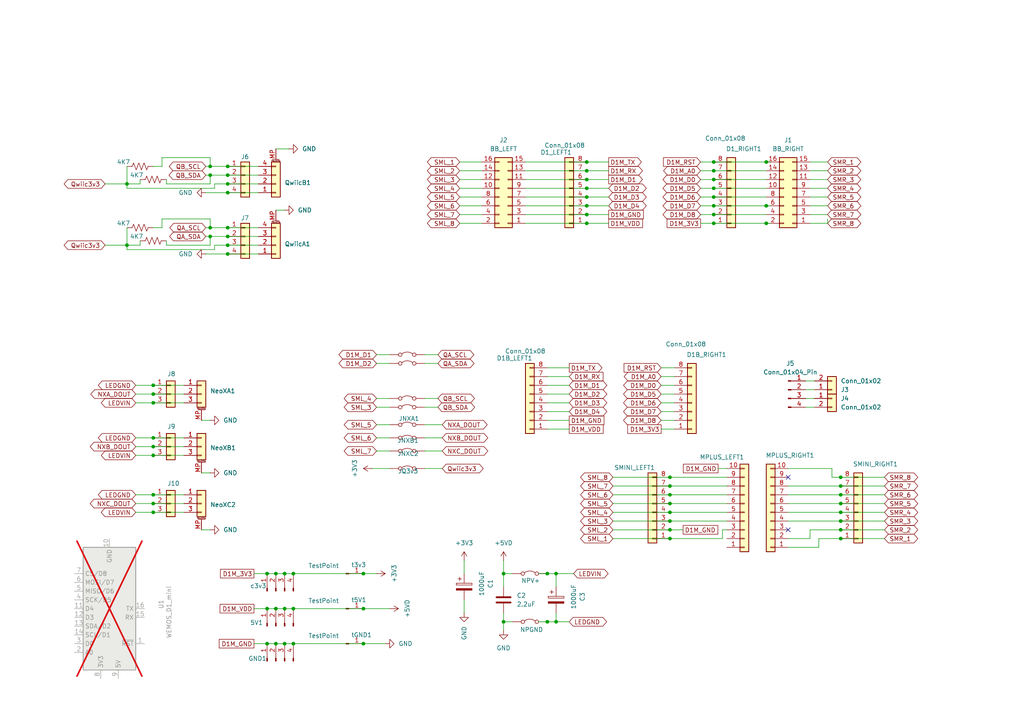
<source format=kicad_sch>
(kicad_sch (version 20250114) (generator "eeschema") (generator_version "9.0")
  (paper "A4")
  (junction (at 243.84 146.05))
  (junction (at 66.04 50.8))
  (junction (at 243.84 148.59))
  (junction (at 82.55 166.37))
  (junction (at 44.45 132.08))
  (junction (at 207.01 49.53))
  (junction (at 80.01 166.37))
  (junction (at 170.18 62.23))
  (junction (at 194.31 146.05))
  (junction (at 36.83 71.12))
  (junction (at 60.96 68.58))
  (junction (at 105.41 176.53))
  (junction (at 77.47 186.69))
  (junction (at 44.45 111.76))
  (junction (at 77.47 166.37))
  (junction (at 194.31 153.67))
  (junction (at 243.84 151.13))
  (junction (at 243.84 153.67))
  (junction (at 170.18 49.53))
  (junction (at 82.55 186.69))
  (junction (at 194.31 138.43))
  (junction (at 170.18 46.99))
  (junction (at 44.45 127))
  (junction (at 222.25 59.69))
  (junction (at 85.09 166.37))
  (junction (at 243.84 143.51))
  (junction (at 207.01 52.07))
  (junction (at 44.45 148.59))
  (junction (at 243.84 156.21))
  (junction (at 170.18 52.07))
  (junction (at 85.09 176.53))
  (junction (at 60.96 66.04))
  (junction (at 161.29 180.34))
  (junction (at 222.25 64.77))
  (junction (at 243.84 138.43))
  (junction (at 170.18 54.61))
  (junction (at 161.29 166.37))
  (junction (at 60.96 48.26))
  (junction (at 60.96 50.8))
  (junction (at 146.05 166.37))
  (junction (at 158.75 180.34))
  (junction (at 44.45 129.54))
  (junction (at 207.01 62.23))
  (junction (at 194.31 143.51))
  (junction (at 66.04 48.26))
  (junction (at 222.25 46.99))
  (junction (at 66.04 66.04))
  (junction (at 44.45 116.84))
  (junction (at 207.01 59.69))
  (junction (at 158.75 166.37))
  (junction (at 105.41 186.69))
  (junction (at 36.83 53.34))
  (junction (at 207.01 54.61))
  (junction (at 243.84 140.97))
  (junction (at 80.01 176.53))
  (junction (at 77.47 176.53))
  (junction (at 44.45 114.3))
  (junction (at 194.31 151.13))
  (junction (at 194.31 148.59))
  (junction (at 85.09 186.69))
  (junction (at 82.55 176.53))
  (junction (at 66.04 73.66))
  (junction (at 66.04 71.12))
  (junction (at 194.31 140.97))
  (junction (at 170.18 64.77))
  (junction (at 207.01 64.77))
  (junction (at 207.01 57.15))
  (junction (at 170.18 59.69))
  (junction (at 44.45 143.51))
  (junction (at 146.05 180.34))
  (junction (at 194.31 156.21))
  (junction (at 207.01 46.99))
  (junction (at 66.04 55.88))
  (junction (at 66.04 68.58))
  (junction (at 66.04 53.34))
  (junction (at 170.18 57.15))
  (junction (at 80.01 186.69))
  (junction (at 105.41 166.37))
  (junction (at 44.45 146.05))
  (no_connect (at 228.6 153.67))
  (no_connect (at 228.6 138.43))
  (wire (pts (xy 234.95 59.69) (xy 240.03 59.69)))
  (wire (pts (xy 73.66 186.69) (xy 77.47 186.69)))
  (wire (pts (xy 109.22 123.19) (xy 113.03 123.19)))
  (wire (pts (xy 60.96 68.58) (xy 60.96 71.12)))
  (wire (pts (xy 39.37 114.3) (xy 44.45 114.3)))
  (wire (pts (xy 59.69 68.58) (xy 60.96 68.58)))
  (wire (pts (xy 60.96 50.8) (xy 60.96 53.34)))
  (wire (pts (xy 152.4 59.69) (xy 170.18 59.69)))
  (wire (pts (xy 36.83 48.26) (xy 36.83 53.34)))
  (wire (pts (xy 243.84 140.97) (xy 256.54 140.97)))
  (wire (pts (xy 152.4 62.23) (xy 170.18 62.23)))
  (wire (pts (xy 66.04 68.58) (xy 74.93 68.58)))
  (wire (pts (xy 109.22 102.87) (xy 113.03 102.87)))
  (wire (pts (xy 82.55 166.37) (xy 85.09 166.37)))
  (wire (pts (xy 66.04 50.8) (xy 74.93 50.8)))
  (wire (pts (xy 194.31 140.97) (xy 210.82 140.97)))
  (wire (pts (xy 109.22 118.11) (xy 113.03 118.11)))
  (wire (pts (xy 194.31 138.43) (xy 210.82 138.43)))
  (wire (pts (xy 46.99 66.04) (xy 46.99 63.5)))
  (wire (pts (xy 233.68 118.11) (xy 236.22 118.11)))
  (wire (pts (xy 170.18 64.77) (xy 176.53 64.77)))
  (wire (pts (xy 60.96 66.04) (xy 66.04 66.04)))
  (wire (pts (xy 222.25 59.69) (xy 223.52 59.69)))
  (wire (pts (xy 152.4 52.07) (xy 170.18 52.07)))
  (wire (pts (xy 105.41 186.69) (xy 111.76 186.69)))
  (wire (pts (xy 233.68 113.03) (xy 236.22 113.03)))
  (wire (pts (xy 243.84 153.67) (xy 256.54 153.67)))
  (wire (pts (xy 59.69 66.04) (xy 60.96 66.04)))
  (wire (pts (xy 237.49 156.21) (xy 243.84 156.21)))
  (wire (pts (xy 85.09 166.37) (xy 105.41 166.37)))
  (wire (pts (xy 44.45 148.59) (xy 53.34 148.59)))
  (wire (pts (xy 66.04 66.04) (xy 74.93 66.04)))
  (wire (pts (xy 60.96 63.5) (xy 60.96 66.04)))
  (wire (pts (xy 233.68 115.57) (xy 236.22 115.57)))
  (wire (pts (xy 194.31 153.67) (xy 198.12 153.67)))
  (wire (pts (xy 234.95 52.07) (xy 240.03 52.07)))
  (wire (pts (xy 156.21 166.37) (xy 158.75 166.37)))
  (wire (pts (xy 234.95 54.61) (xy 240.03 54.61)))
  (wire (pts (xy 191.77 109.22) (xy 195.58 109.22)))
  (wire (pts (xy 158.75 124.46) (xy 165.1 124.46)))
  (wire (pts (xy 109.22 130.81) (xy 113.03 130.81)))
  (wire (pts (xy 207.01 49.53) (xy 222.25 49.53)))
  (wire (pts (xy 123.19 127) (xy 128.27 127)))
  (wire (pts (xy 77.47 166.37) (xy 80.01 166.37)))
  (wire (pts (xy 234.95 156.21) (xy 234.95 153.67)))
  (wire (pts (xy 44.45 48.26) (xy 46.99 48.26)))
  (wire (pts (xy 241.3 135.89) (xy 228.6 135.89)))
  (wire (pts (xy 133.35 46.99) (xy 139.7 46.99)))
  (wire (pts (xy 66.04 73.66) (xy 74.93 73.66)))
  (wire (pts (xy 207.01 59.69) (xy 222.25 59.69)))
  (wire (pts (xy 233.68 110.49) (xy 236.22 110.49)))
  (wire (pts (xy 107.95 135.89) (xy 113.03 135.89)))
  (wire (pts (xy 66.04 53.34) (xy 74.93 53.34)))
  (wire (pts (xy 203.2 52.07) (xy 207.01 52.07)))
  (wire (pts (xy 191.77 119.38) (xy 195.58 119.38)))
  (wire (pts (xy 177.8 156.21) (xy 194.31 156.21)))
  (wire (pts (xy 62.23 71.12) (xy 66.04 71.12)))
  (wire (pts (xy 85.09 186.69) (xy 105.41 186.69)))
  (wire (pts (xy 77.47 176.53) (xy 80.01 176.53)))
  (wire (pts (xy 133.35 54.61) (xy 139.7 54.61)))
  (wire (pts (xy 85.09 176.53) (xy 105.41 176.53)))
  (wire (pts (xy 133.35 52.07) (xy 139.7 52.07)))
  (wire (pts (xy 243.84 156.21) (xy 256.54 156.21)))
  (wire (pts (xy 228.6 143.51) (xy 243.84 143.51)))
  (wire (pts (xy 44.45 132.08) (xy 53.34 132.08)))
  (wire (pts (xy 46.99 45.72) (xy 60.96 45.72)))
  (wire (pts (xy 228.6 146.05) (xy 243.84 146.05)))
  (wire (pts (xy 228.6 140.97) (xy 243.84 140.97)))
  (wire (pts (xy 191.77 116.84) (xy 195.58 116.84)))
  (wire (pts (xy 146.05 180.34) (xy 148.59 180.34)))
  (wire (pts (xy 170.18 59.69) (xy 176.53 59.69)))
  (wire (pts (xy 36.83 71.12) (xy 36.83 72.39)))
  (wire (pts (xy 134.62 173.99) (xy 134.62 177.8)))
  (wire (pts (xy 203.2 59.69) (xy 207.01 59.69)))
  (wire (pts (xy 66.04 55.88) (xy 74.93 55.88)))
  (wire (pts (xy 77.47 186.69) (xy 80.01 186.69)))
  (wire (pts (xy 80.01 186.69) (xy 82.55 186.69)))
  (wire (pts (xy 152.4 46.99) (xy 170.18 46.99)))
  (wire (pts (xy 208.28 135.89) (xy 210.82 135.89)))
  (wire (pts (xy 158.75 119.38) (xy 165.1 119.38)))
  (wire (pts (xy 152.4 64.77) (xy 170.18 64.77)))
  (wire (pts (xy 146.05 177.8) (xy 146.05 180.34)))
  (wire (pts (xy 48.26 71.12) (xy 60.96 71.12)))
  (wire (pts (xy 158.75 111.76) (xy 165.1 111.76)))
  (wire (pts (xy 170.18 62.23) (xy 176.53 62.23)))
  (wire (pts (xy 134.62 162.56) (xy 134.62 166.37)))
  (wire (pts (xy 194.31 146.05) (xy 210.82 146.05)))
  (wire (pts (xy 177.8 148.59) (xy 194.31 148.59)))
  (wire (pts (xy 123.19 123.19) (xy 128.27 123.19)))
  (wire (pts (xy 60.96 68.58) (xy 66.04 68.58)))
  (wire (pts (xy 207.01 64.77) (xy 222.25 64.77)))
  (wire (pts (xy 194.31 151.13) (xy 210.82 151.13)))
  (wire (pts (xy 203.2 49.53) (xy 207.01 49.53)))
  (wire (pts (xy 156.21 180.34) (xy 158.75 180.34)))
  (wire (pts (xy 62.23 53.34) (xy 62.23 54.61)))
  (wire (pts (xy 62.23 72.39) (xy 36.83 72.39)))
  (wire (pts (xy 44.45 111.76) (xy 53.34 111.76)))
  (wire (pts (xy 80.01 166.37) (xy 82.55 166.37)))
  (wire (pts (xy 177.8 143.51) (xy 194.31 143.51)))
  (wire (pts (xy 234.95 62.23) (xy 240.03 62.23)))
  (wire (pts (xy 161.29 180.34) (xy 165.1 180.34)))
  (wire (pts (xy 152.4 57.15) (xy 170.18 57.15)))
  (wire (pts (xy 60.96 48.26) (xy 66.04 48.26)))
  (wire (pts (xy 177.8 153.67) (xy 194.31 153.67)))
  (wire (pts (xy 161.29 166.37) (xy 161.29 170.18)))
  (wire (pts (xy 123.19 130.81) (xy 128.27 130.81)))
  (wire (pts (xy 191.77 121.92) (xy 195.58 121.92)))
  (wire (pts (xy 209.55 153.67) (xy 210.82 153.67)))
  (wire (pts (xy 170.18 57.15) (xy 176.53 57.15)))
  (wire (pts (xy 105.41 166.37) (xy 109.22 166.37)))
  (wire (pts (xy 146.05 166.37) (xy 148.59 166.37)))
  (wire (pts (xy 191.77 114.3) (xy 195.58 114.3)))
  (wire (pts (xy 73.66 166.37) (xy 77.47 166.37)))
  (wire (pts (xy 207.01 52.07) (xy 222.25 52.07)))
  (wire (pts (xy 191.77 106.68) (xy 195.58 106.68)))
  (wire (pts (xy 158.75 180.34) (xy 161.29 180.34)))
  (wire (pts (xy 234.95 46.99) (xy 240.03 46.99)))
  (wire (pts (xy 58.42 121.92) (xy 60.96 121.92)))
  (wire (pts (xy 203.2 64.77) (xy 207.01 64.77)))
  (wire (pts (xy 191.77 124.46) (xy 195.58 124.46)))
  (wire (pts (xy 191.77 111.76) (xy 195.58 111.76)))
  (wire (pts (xy 48.26 52.07) (xy 48.26 53.34)))
  (wire (pts (xy 237.49 158.75) (xy 237.49 156.21)))
  (wire (pts (xy 133.35 62.23) (xy 139.7 62.23)))
  (wire (pts (xy 39.37 143.51) (xy 44.45 143.51)))
  (wire (pts (xy 58.42 153.67) (xy 60.96 153.67)))
  (wire (pts (xy 222.25 64.77) (xy 223.52 64.77)))
  (wire (pts (xy 158.75 166.37) (xy 161.29 166.37)))
  (wire (pts (xy 240.03 64.77) (xy 240.03 63.5)))
  (wire (pts (xy 39.37 116.84) (xy 44.45 116.84)))
  (wire (pts (xy 146.05 180.34) (xy 146.05 182.88)))
  (wire (pts (xy 207.01 46.99) (xy 222.25 46.99)))
  (wire (pts (xy 60.96 50.8) (xy 66.04 50.8)))
  (wire (pts (xy 234.95 49.53) (xy 240.03 49.53)))
  (wire (pts (xy 209.55 156.21) (xy 209.55 153.67)))
  (wire (pts (xy 194.31 143.51) (xy 210.82 143.51)))
  (wire (pts (xy 228.6 156.21) (xy 234.95 156.21)))
  (wire (pts (xy 80.01 60.96) (xy 82.55 60.96)))
  (wire (pts (xy 133.35 57.15) (xy 139.7 57.15)))
  (wire (pts (xy 123.19 115.57) (xy 127 115.57)))
  (wire (pts (xy 82.55 176.53) (xy 85.09 176.53)))
  (wire (pts (xy 39.37 146.05) (xy 44.45 146.05)))
  (wire (pts (xy 158.75 106.68) (xy 165.1 106.68)))
  (wire (pts (xy 105.41 176.53) (xy 113.03 176.53)))
  (wire (pts (xy 228.6 148.59) (xy 243.84 148.59)))
  (wire (pts (xy 228.6 151.13) (xy 243.84 151.13)))
  (wire (pts (xy 40.64 69.85) (xy 40.64 71.12)))
  (wire (pts (xy 80.01 176.53) (xy 82.55 176.53)))
  (wire (pts (xy 36.83 53.34) (xy 36.83 54.61)))
  (wire (pts (xy 161.29 177.8) (xy 161.29 180.34)))
  (wire (pts (xy 44.45 146.05) (xy 53.34 146.05)))
  (wire (pts (xy 241.3 138.43) (xy 241.3 135.89)))
  (wire (pts (xy 152.4 49.53) (xy 170.18 49.53)))
  (wire (pts (xy 133.35 49.53) (xy 139.7 49.53)))
  (wire (pts (xy 234.95 153.67) (xy 243.84 153.67)))
  (wire (pts (xy 194.31 156.21) (xy 209.55 156.21)))
  (wire (pts (xy 243.84 143.51) (xy 256.54 143.51)))
  (wire (pts (xy 36.83 53.34) (xy 40.64 53.34)))
  (wire (pts (xy 44.45 127) (xy 53.34 127)))
  (wire (pts (xy 44.45 66.04) (xy 46.99 66.04)))
  (wire (pts (xy 123.19 102.87) (xy 127 102.87)))
  (wire (pts (xy 170.18 46.99) (xy 176.53 46.99)))
  (wire (pts (xy 234.95 57.15) (xy 240.03 57.15)))
  (wire (pts (xy 203.2 62.23) (xy 207.01 62.23)))
  (wire (pts (xy 109.22 127) (xy 113.03 127)))
  (wire (pts (xy 39.37 127) (xy 44.45 127)))
  (wire (pts (xy 158.75 121.92) (xy 165.1 121.92)))
  (wire (pts (xy 109.22 105.41) (xy 113.03 105.41)))
  (wire (pts (xy 44.45 129.54) (xy 53.34 129.54)))
  (wire (pts (xy 123.19 105.41) (xy 127 105.41)))
  (wire (pts (xy 123.19 118.11) (xy 127 118.11)))
  (wire (pts (xy 39.37 148.59) (xy 44.45 148.59)))
  (wire (pts (xy 243.84 138.43) (xy 256.54 138.43)))
  (wire (pts (xy 207.01 62.23) (xy 222.25 62.23)))
  (wire (pts (xy 59.69 55.88) (xy 66.04 55.88)))
  (wire (pts (xy 222.25 46.99) (xy 223.52 46.99)))
  (wire (pts (xy 243.84 138.43) (xy 241.3 138.43)))
  (wire (pts (xy 243.84 151.13) (xy 256.54 151.13)))
  (wire (pts (xy 177.8 146.05) (xy 194.31 146.05)))
  (wire (pts (xy 44.45 116.84) (xy 53.34 116.84)))
  (wire (pts (xy 66.04 48.26) (xy 74.93 48.26)))
  (wire (pts (xy 40.64 52.07) (xy 40.64 53.34)))
  (wire (pts (xy 62.23 53.34) (xy 66.04 53.34)))
  (wire (pts (xy 36.83 66.04) (xy 36.83 71.12)))
  (wire (pts (xy 158.75 109.22) (xy 165.1 109.22)))
  (wire (pts (xy 177.8 138.43) (xy 194.31 138.43)))
  (wire (pts (xy 109.22 115.57) (xy 113.03 115.57)))
  (wire (pts (xy 62.23 71.12) (xy 62.23 72.39)))
  (wire (pts (xy 39.37 129.54) (xy 44.45 129.54)))
  (wire (pts (xy 48.26 53.34) (xy 60.96 53.34)))
  (wire (pts (xy 203.2 57.15) (xy 207.01 57.15)))
  (wire (pts (xy 39.37 132.08) (xy 44.45 132.08)))
  (wire (pts (xy 170.18 54.61) (xy 176.53 54.61)))
  (wire (pts (xy 30.48 71.12) (xy 36.83 71.12)))
  (wire (pts (xy 66.04 71.12) (xy 74.93 71.12)))
  (wire (pts (xy 243.84 146.05) (xy 256.54 146.05)))
  (wire (pts (xy 207.01 57.15) (xy 222.25 57.15)))
  (wire (pts (xy 203.2 46.99) (xy 207.01 46.99)))
  (wire (pts (xy 203.2 54.61) (xy 207.01 54.61)))
  (wire (pts (xy 82.55 186.69) (xy 85.09 186.69)))
  (wire (pts (xy 46.99 48.26) (xy 46.99 45.72)))
  (wire (pts (xy 170.18 52.07) (xy 176.53 52.07)))
  (wire (pts (xy 73.66 176.53) (xy 77.47 176.53)))
  (wire (pts (xy 146.05 162.56) (xy 146.05 166.37)))
  (wire (pts (xy 177.8 140.97) (xy 194.31 140.97)))
  (wire (pts (xy 158.75 116.84) (xy 165.1 116.84)))
  (wire (pts (xy 46.99 63.5) (xy 60.96 63.5)))
  (wire (pts (xy 48.26 69.85) (xy 48.26 71.12)))
  (wire (pts (xy 62.23 54.61) (xy 36.83 54.61)))
  (wire (pts (xy 58.42 137.16) (xy 60.96 137.16)))
  (wire (pts (xy 177.8 151.13) (xy 194.31 151.13)))
  (wire (pts (xy 228.6 158.75) (xy 237.49 158.75)))
  (wire (pts (xy 133.35 64.77) (xy 139.7 64.77)))
  (wire (pts (xy 30.48 53.34) (xy 36.83 53.34)))
  (wire (pts (xy 59.69 73.66) (xy 66.04 73.66)))
  (wire (pts (xy 146.05 166.37) (xy 146.05 170.18)))
  (wire (pts (xy 80.01 43.18) (xy 83.82 43.18)))
  (wire (pts (xy 170.18 49.53) (xy 176.53 49.53)))
  (wire (pts (xy 36.83 71.12) (xy 40.64 71.12)))
  (wire (pts (xy 44.45 143.51) (xy 53.34 143.51)))
  (wire (pts (xy 133.35 59.69) (xy 139.7 59.69)))
  (wire (pts (xy 152.4 54.61) (xy 170.18 54.61)))
  (wire (pts (xy 60.96 45.72) (xy 60.96 48.26)))
  (wire (pts (xy 44.45 114.3) (xy 53.34 114.3)))
  (wire (pts (xy 59.69 50.8) (xy 60.96 50.8)))
  (wire (pts (xy 59.69 48.26) (xy 60.96 48.26)))
  (wire (pts (xy 234.95 64.77) (xy 240.03 64.77)))
  (wire (pts (xy 243.84 148.59) (xy 256.54 148.59)))
  (wire (pts (xy 39.37 111.76) (xy 44.45 111.76)))
  (wire (pts (xy 161.29 166.37) (xy 166.37 166.37)))
  (wire (pts (xy 158.75 114.3) (xy 165.1 114.3)))
  (wire (pts (xy 123.19 135.89) (xy 128.27 135.89)))
  (wire (pts (xy 194.31 148.59) (xy 210.82 148.59)))
  (wire (pts (xy 207.01 54.61) (xy 222.25 54.61)))
  (global_label "SML_7" (shape bidirectional) (at 109.22 130.81 180) (property "Intersheetrefs" "${INTERSHEET_REFS}" (effects (hide yes))))
  (global_label "SML_1" (shape bidirectional) (at 133.35 46.99 180) (property "Intersheetrefs" "${INTERSHEET_REFS}" (effects (hide yes))))
  (global_label "QB_SDA" (shape bidirectional) (at 59.69 50.8 180) (property "Intersheetrefs" "${INTERSHEET_REFS}" (effects (hide yes))))
  (global_label "SML_7" (shape bidirectional) (at 133.35 62.23 180) (property "Intersheetrefs" "${INTERSHEET_REFS}" (effects (hide yes))))
  (global_label "D1M_A0" (shape bidirectional) (at 203.2 49.53 180) (property "Intersheetrefs" "${INTERSHEET_REFS}" (effects (hide yes))))
  (global_label "D1M_3V3" (shape passive) (at 191.77 124.46 180) (property "Intersheetrefs" "${INTERSHEET_REFS}" (effects (hide yes))))
  (global_label "QB_SCL" (shape bidirectional) (at 59.69 48.26 180) (property "Intersheetrefs" "${INTERSHEET_REFS}" (effects (hide yes))))
  (global_label "SMR_5" (shape bidirectional) (at 240.03 57.15 0) (property "Intersheetrefs" "${INTERSHEET_REFS}" (effects (hide yes))))
  (global_label "D1M_D7" (shape bidirectional) (at 191.77 119.38 180) (property "Intersheetrefs" "${INTERSHEET_REFS}" (effects (hide yes))))
  (global_label "LEDVIN" (shape bidirectional) (at 166.37 166.37 0) (property "Intersheetrefs" "${INTERSHEET_REFS}" (effects (hide yes))))
  (global_label "D1M_VDD" (shape passive) (at 165.1 124.46 0) (property "Intersheetrefs" "${INTERSHEET_REFS}" (effects (hide yes))))
  (global_label "QA_SDA" (shape bidirectional) (at 127 105.41 0) (property "Intersheetrefs" "${INTERSHEET_REFS}" (effects (hide yes))))
  (global_label "D1M_D6" (shape bidirectional) (at 191.77 116.84 180) (property "Intersheetrefs" "${INTERSHEET_REFS}" (effects (hide yes))))
  (global_label "D1M_D3" (shape bidirectional) (at 165.1 116.84 0) (property "Intersheetrefs" "${INTERSHEET_REFS}" (effects (hide yes))))
  (global_label "QA_SCL" (shape bidirectional) (at 59.69 66.04 180) (property "Intersheetrefs" "${INTERSHEET_REFS}" (effects (hide yes))))
  (global_label "D1M_3V3" (shape passive) (at 203.2 64.77 180) (property "Intersheetrefs" "${INTERSHEET_REFS}" (effects (hide yes))))
  (global_label "SMR_1" (shape bidirectional) (at 240.03 46.99 0) (property "Intersheetrefs" "${INTERSHEET_REFS}" (effects (hide yes))))
  (global_label "D1M_D1" (shape bidirectional) (at 165.1 111.76 0) (property "Intersheetrefs" "${INTERSHEET_REFS}" (effects (hide yes))))
  (global_label "SMR_1" (shape bidirectional) (at 256.54 156.21 0) (property "Intersheetrefs" "${INTERSHEET_REFS}" (effects (hide yes))))
  (global_label "SML_7" (shape bidirectional) (at 177.8 140.97 180) (property "Intersheetrefs" "${INTERSHEET_REFS}" (effects (hide yes))))
  (global_label "LEDGND" (shape bidirectional) (at 39.37 127 180) (property "Intersheetrefs" "${INTERSHEET_REFS}" (effects (hide yes))))
  (global_label "SMR_7" (shape bidirectional) (at 240.03 62.23 0) (property "Intersheetrefs" "${INTERSHEET_REFS}" (effects (hide yes))))
  (global_label "D1M_VDD" (shape passive) (at 73.66 176.53 180) (property "Intersheetrefs" "${INTERSHEET_REFS}" (effects (hide yes))))
  (global_label "SML_3" (shape bidirectional) (at 109.22 118.11 180) (property "Intersheetrefs" "${INTERSHEET_REFS}" (effects (hide yes))))
  (global_label "NXA_DOUT" (shape bidirectional) (at 128.27 123.19 0) (property "Intersheetrefs" "${INTERSHEET_REFS}" (effects (hide yes))))
  (global_label "D1M_GND" (shape passive) (at 165.1 121.92 0) (property "Intersheetrefs" "${INTERSHEET_REFS}" (effects (hide yes))))
  (global_label "NXC_DOUT" (shape bidirectional) (at 128.27 130.81 0) (property "Intersheetrefs" "${INTERSHEET_REFS}" (effects (hide yes))))
  (global_label "D1M_RX" (shape input) (at 165.1 109.22 0) (property "Intersheetrefs" "${INTERSHEET_REFS}" (effects (hide yes))))
  (global_label "SMR_7" (shape bidirectional) (at 256.54 140.97 0) (property "Intersheetrefs" "${INTERSHEET_REFS}" (effects (hide yes))))
  (global_label "SML_2" (shape bidirectional) (at 133.35 49.53 180) (property "Intersheetrefs" "${INTERSHEET_REFS}" (effects (hide yes))))
  (global_label "D1M_GND" (shape passive) (at 208.28 135.89 180) (property "Intersheetrefs" "${INTERSHEET_REFS}" (effects (hide yes))))
  (global_label "SMR_6" (shape bidirectional) (at 256.54 143.51 0) (property "Intersheetrefs" "${INTERSHEET_REFS}" (effects (hide yes))))
  (global_label "D1M_D5" (shape bidirectional) (at 191.77 114.3 180) (property "Intersheetrefs" "${INTERSHEET_REFS}" (effects (hide yes))))
  (global_label "D1M_D2" (shape bidirectional) (at 176.53 54.61 0) (property "Intersheetrefs" "${INTERSHEET_REFS}" (effects (hide yes))))
  (global_label "D1M_RST" (shape input) (at 203.2 46.99 180) (property "Intersheetrefs" "${INTERSHEET_REFS}" (effects (hide yes))))
  (global_label "D1M_D1" (shape bidirectional) (at 109.22 102.87 180) (property "Intersheetrefs" "${INTERSHEET_REFS}" (effects (hide yes))))
  (global_label "D1M_D8" (shape bidirectional) (at 191.77 121.92 180) (property "Intersheetrefs" "${INTERSHEET_REFS}" (effects (hide yes))))
  (global_label "D1M_GND" (shape passive) (at 176.53 62.23 0) (property "Intersheetrefs" "${INTERSHEET_REFS}" (effects (hide yes))))
  (global_label "D1M_D1" (shape output) (at 176.53 52.07 0) (property "Intersheetrefs" "${INTERSHEET_REFS}" (effects (hide yes))))
  (global_label "LEDVIN" (shape bidirectional) (at 39.37 116.84 180) (property "Intersheetrefs" "${INTERSHEET_REFS}" (effects (hide yes))))
  (global_label "SMR_3" (shape bidirectional) (at 240.03 52.07 0) (property "Intersheetrefs" "${INTERSHEET_REFS}" (effects (hide yes))))
  (global_label "D1M_D0" (shape bidirectional) (at 203.2 52.07 180) (property "Intersheetrefs" "${INTERSHEET_REFS}" (effects (hide yes))))
  (global_label "D1M_D8" (shape bidirectional) (at 203.2 62.23 180) (property "Intersheetrefs" "${INTERSHEET_REFS}" (effects (hide yes))))
  (global_label "SML_5" (shape bidirectional) (at 109.22 123.19 180) (property "Intersheetrefs" "${INTERSHEET_REFS}" (effects (hide yes))))
  (global_label "D1M_D7" (shape bidirectional) (at 203.2 59.69 180) (property "Intersheetrefs" "${INTERSHEET_REFS}" (effects (hide yes))))
  (global_label "SML_3" (shape bidirectional) (at 133.35 52.07 180) (property "Intersheetrefs" "${INTERSHEET_REFS}" (effects (hide yes))))
  (global_label "D1M_D2" (shape bidirectional) (at 165.1 114.3 0) (property "Intersheetrefs" "${INTERSHEET_REFS}" (effects (hide yes))))
  (global_label "SMR_4" (shape bidirectional) (at 256.54 148.59 0) (property "Intersheetrefs" "${INTERSHEET_REFS}" (effects (hide yes))))
  (global_label "SML_6" (shape bidirectional) (at 109.22 127 180) (property "Intersheetrefs" "${INTERSHEET_REFS}" (effects (hide yes))))
  (global_label "D1M_RST" (shape input) (at 191.77 106.68 180) (property "Intersheetrefs" "${INTERSHEET_REFS}" (effects (hide yes))))
  (global_label "D1M_3V3" (shape passive) (at 73.66 166.37 180) (property "Intersheetrefs" "${INTERSHEET_REFS}" (effects (hide yes))))
  (global_label "Qwiic3v3" (shape bidirectional) (at 30.48 71.12 180) (property "Intersheetrefs" "${INTERSHEET_REFS}" (effects (hide yes))))
  (global_label "D1M_D5" (shape bidirectional) (at 203.2 54.61 180) (property "Intersheetrefs" "${INTERSHEET_REFS}" (effects (hide yes))))
  (global_label "D1M_VDD" (shape passive) (at 176.53 64.77 0) (property "Intersheetrefs" "${INTERSHEET_REFS}" (effects (hide yes))))
  (global_label "LEDVIN" (shape bidirectional) (at 39.37 132.08 180) (property "Intersheetrefs" "${INTERSHEET_REFS}" (effects (hide yes))))
  (global_label "D1M_D4" (shape bidirectional) (at 176.53 59.69 0) (property "Intersheetrefs" "${INTERSHEET_REFS}" (effects (hide yes))))
  (global_label "D1M_D0" (shape bidirectional) (at 191.77 111.76 180) (property "Intersheetrefs" "${INTERSHEET_REFS}" (effects (hide yes))))
  (global_label "LEDGND" (shape bidirectional) (at 165.1 180.34 0) (property "Intersheetrefs" "${INTERSHEET_REFS}" (effects (hide yes))))
  (global_label "SML_5" (shape bidirectional) (at 133.35 57.15 180) (property "Intersheetrefs" "${INTERSHEET_REFS}" (effects (hide yes))))
  (global_label "D1M_D3" (shape bidirectional) (at 176.53 57.15 0) (property "Intersheetrefs" "${INTERSHEET_REFS}" (effects (hide yes))))
  (global_label "SMR_4" (shape bidirectional) (at 240.03 54.61 0) (property "Intersheetrefs" "${INTERSHEET_REFS}" (effects (hide yes))))
  (global_label "SMR_3" (shape bidirectional) (at 256.54 151.13 0) (property "Intersheetrefs" "${INTERSHEET_REFS}" (effects (hide yes))))
  (global_label "SMR_2" (shape bidirectional) (at 256.54 153.67 0) (property "Intersheetrefs" "${INTERSHEET_REFS}" (effects (hide yes))))
  (global_label "NXA_DOUT" (shape bidirectional) (at 39.37 114.3 180) (property "Intersheetrefs" "${INTERSHEET_REFS}" (effects (hide yes))))
  (global_label "SMR_5" (shape bidirectional) (at 256.54 146.05 0) (property "Intersheetrefs" "${INTERSHEET_REFS}" (effects (hide yes))))
  (global_label "SML_3" (shape bidirectional) (at 177.8 151.13 180) (property "Intersheetrefs" "${INTERSHEET_REFS}" (effects (hide yes))))
  (global_label "SML_8" (shape bidirectional) (at 177.8 138.43 180) (property "Intersheetrefs" "${INTERSHEET_REFS}" (effects (hide yes))))
  (global_label "D1M_TX" (shape output) (at 176.53 46.99 0) (property "Intersheetrefs" "${INTERSHEET_REFS}" (effects (hide yes))))
  (global_label "SML_1" (shape bidirectional) (at 177.8 156.21 180) (property "Intersheetrefs" "${INTERSHEET_REFS}" (effects (hide yes))))
  (global_label "QA_SDA" (shape bidirectional) (at 59.69 68.58 180) (property "Intersheetrefs" "${INTERSHEET_REFS}" (effects (hide yes))))
  (global_label "LEDVIN" (shape bidirectional) (at 39.37 148.59 180) (property "Intersheetrefs" "${INTERSHEET_REFS}" (effects (hide yes))))
  (global_label "LEDGND" (shape bidirectional) (at 39.37 143.51 180) (property "Intersheetrefs" "${INTERSHEET_REFS}" (effects (hide yes))))
  (global_label "NXB_DOUT" (shape bidirectional) (at 39.37 129.54 180) (property "Intersheetrefs" "${INTERSHEET_REFS}" (effects (hide yes))))
  (global_label "D1M_D6" (shape bidirectional) (at 203.2 57.15 180) (property "Intersheetrefs" "${INTERSHEET_REFS}" (effects (hide yes))))
  (global_label "D1M_A0" (shape bidirectional) (at 191.77 109.22 180) (property "Intersheetrefs" "${INTERSHEET_REFS}" (effects (hide yes))))
  (global_label "SML_5" (shape bidirectional) (at 177.8 146.05 180) (property "Intersheetrefs" "${INTERSHEET_REFS}" (effects (hide yes))))
  (global_label "NXB_DOUT" (shape bidirectional) (at 128.27 127 0) (property "Intersheetrefs" "${INTERSHEET_REFS}" (effects (hide yes))))
  (global_label "SMR_8" (shape bidirectional) (at 256.54 138.43 0) (property "Intersheetrefs" "${INTERSHEET_REFS}" (effects (hide yes))))
  (global_label "D1M_TX" (shape output) (at 165.1 106.68 0) (property "Intersheetrefs" "${INTERSHEET_REFS}" (effects (hide yes))))
  (global_label "Qwiic3v3" (shape bidirectional) (at 30.48 53.34 180) (property "Intersheetrefs" "${INTERSHEET_REFS}" (effects (hide yes))))
  (global_label "SML_6" (shape bidirectional) (at 177.8 143.51 180) (property "Intersheetrefs" "${INTERSHEET_REFS}" (effects (hide yes))))
  (global_label "D1M_RX" (shape output) (at 176.53 49.53 0) (property "Intersheetrefs" "${INTERSHEET_REFS}" (effects (hide yes))))
  (global_label "SML_4" (shape bidirectional) (at 133.35 54.61 180) (property "Intersheetrefs" "${INTERSHEET_REFS}" (effects (hide yes))))
  (global_label "D1M_GND" (shape passive) (at 73.66 186.69 180) (property "Intersheetrefs" "${INTERSHEET_REFS}" (effects (hide yes))))
  (global_label "QB_SDA" (shape bidirectional) (at 127 118.11 0) (property "Intersheetrefs" "${INTERSHEET_REFS}" (effects (hide yes))))
  (global_label "SMR_6" (shape bidirectional) (at 240.03 59.69 0) (property "Intersheetrefs" "${INTERSHEET_REFS}" (effects (hide yes))))
  (global_label "LEDGND" (shape bidirectional) (at 39.37 111.76 180) (property "Intersheetrefs" "${INTERSHEET_REFS}" (effects (hide yes))))
  (global_label "SML_8" (shape bidirectional) (at 133.35 64.77 180) (property "Intersheetrefs" "${INTERSHEET_REFS}" (effects (hide yes))))
  (global_label "Qwiic3v3" (shape bidirectional) (at 128.27 135.89 0) (property "Intersheetrefs" "${INTERSHEET_REFS}" (effects (hide yes))))
  (global_label "D1M_D2" (shape bidirectional) (at 109.22 105.41 180) (property "Intersheetrefs" "${INTERSHEET_REFS}" (effects (hide yes))))
  (global_label "SML_4" (shape bidirectional) (at 177.8 148.59 180) (property "Intersheetrefs" "${INTERSHEET_REFS}" (effects (hide yes))))
  (global_label "SML_6" (shape bidirectional) (at 133.35 59.69 180) (property "Intersheetrefs" "${INTERSHEET_REFS}" (effects (hide yes))))
  (global_label "SMR_2" (shape bidirectional) (at 240.03 49.53 0) (property "Intersheetrefs" "${INTERSHEET_REFS}" (effects (hide yes))))
  (global_label "QA_SCL" (shape bidirectional) (at 127 102.87 0) (property "Intersheetrefs" "${INTERSHEET_REFS}" (effects (hide yes))))
  (global_label "SML_2" (shape bidirectional) (at 177.8 153.67 180) (property "Intersheetrefs" "${INTERSHEET_REFS}" (effects (hide yes))))
  (global_label "D1M_D4" (shape bidirectional) (at 165.1 119.38 0) (property "Intersheetrefs" "${INTERSHEET_REFS}" (effects (hide yes))))
  (global_label "QB_SCL" (shape bidirectional) (at 127 115.57 0) (property "Intersheetrefs" "${INTERSHEET_REFS}" (effects (hide yes))))
  (global_label "SML_4" (shape bidirectional) (at 109.22 115.57 180) (property "Intersheetrefs" "${INTERSHEET_REFS}" (effects (hide yes))))
  (global_label "D1M_GND" (shape passive) (at 198.12 153.67 0) (property "Intersheetrefs" "${INTERSHEET_REFS}" (effects (hide yes))))
  (global_label "NXC_DOUT" (shape bidirectional) (at 39.37 146.05 180) (property "Intersheetrefs" "${INTERSHEET_REFS}" (effects (hide yes))))
  (global_label "SMR_8" (shape bidirectional) (at 240.03 64.77 0) (property "Intersheetrefs" "${INTERSHEET_REFS}" (effects (hide yes))))
  (symbol (lib_id "Connector_Generic:Conn_01x10") (at 223.52 148.59 180) (unit 1)
    (property "Reference" "MPLUS_RIGHT1" (at 236.22 132.08 0) (effects (justify left)))
    (property "Value" "Conn_01x10" (effects (hide yes)))
    (property "Footprint" "Connector_PinSocket_2.54mm:PinSocket_1x10_P2.54mm_Vertical" (effects (hide yes)))
    (property "Description" "Generic connector, single row, 01x10, script generated (kicad-library-utils/schlib/autogen/connector/)" (effects (hide yes)))
  )
  (symbol (lib_id "Device:C_Polarized") (at 134.62 170.18 0) (unit 1)
    (property "Reference" "C1" (at 142.24 169.291 90))
    (property "Value" "1000uF" (at 139.7 169.291 90))
    (property "Footprint" "Capacitor_THT:CP_Radial_D4.0mm_P1.50mm" (effects (hide yes)))
    (property "Description" "Polarized capacitor" (effects (hide yes)))
  )
  (symbol (lib_id "power:GND") (at 111.76 186.69 90) (unit 1)
    (property "Reference" "#PWR09" (effects (hide yes)))
    (property "Value" "GND" (at 115.57 186.6899 90) (effects (justify right)))
    (property "Description" "Power symbol creates a global label with name \"GND\" , ground" (effects (hide yes)))
  )
  (symbol (lib_id "Connector_Generic:Conn_02x08_Odd_Even") (at 229.87 57.15 180) (unit 1)
    (property "Reference" "J1" (at 228.6 40.64 0))
    (property "Value" "BB_RIGHT" (at 228.6 43.18 0))
    (property "Footprint" "Connector_IDC:IDC-Header_2x08_P2.54mm_Vertical" (effects (hide yes)))
    (property "Description" "Generic connector, double row, 02x08, odd/even pin numbering scheme (row 1 odd numbers, row 2 even numbers), script generated (kicad-library-utils/schlib/autogen/connector/)" (effects (hide yes)))
  )
  (symbol (lib_id "Device:R_US") (at 44.45 69.85 90) (unit 1)
    (property "Reference" "R4" (effects (hide yes)))
    (property "Value" "4K7" (at 39.624 68.58 90))
    (property "Footprint" "Resistor_THT:R_Axial_DIN0204_L3.6mm_D1.6mm_P2.54mm_Vertical" (effects (hide yes)))
    (property "Description" "Resistor, US symbol" (effects (hide yes)))
  )
  (symbol (lib_id "power:GND") (at 83.82 43.18 90) (unit 1)
    (property "Reference" "#PWR015" (effects (hide yes)))
    (property "Value" "GND" (at 87.63 43.1801 90) (effects (justify right)))
    (property "Description" "Power symbol creates a global label with name \"GND\" , ground" (effects (hide yes)))
  )
  (symbol (lib_id "Device:R_US") (at 40.64 66.04 90) (unit 1)
    (property "Reference" "R3" (effects (hide yes)))
    (property "Value" "4K7" (at 35.814 64.77 90))
    (property "Footprint" "Resistor_THT:R_Axial_DIN0204_L3.6mm_D1.6mm_P2.54mm_Vertical" (effects (hide yes)))
    (property "Description" "Resistor, US symbol" (effects (hide yes)))
  )
  (symbol (lib_id "power:GND") (at 59.69 73.66 270) (unit 1)
    (property "Reference" "#PWR014" (effects (hide yes)))
    (property "Value" "GND" (at 55.88 73.6599 90) (effects (justify right)))
    (property "Description" "Power symbol creates a global label with name \"GND\" , ground" (effects (hide yes)))
  )
  (symbol (lib_id "Jumper:Jumper_2_Bridged") (at 118.11 130.81 0) (unit 1) (exclude_from_sim yes)
    (property "Reference" "JNXC2" (at 118.364 131.572 0))
    (property "Value" "SolderJumper_2_Bridged" (effects (hide yes)))
    (property "Footprint" "Connector_PinHeader_2.54mm:PinHeader_1x02_P2.54mm_Vertical" (effects (hide yes)))
    (property "Description" "Jumper, 2-pole, closed/bridged" (effects (hide yes)))
  )
  (symbol (lib_id "power:+3V3") (at 109.22 166.37 270) (unit 1)
    (property "Reference" "#PWR03" (effects (hide yes)))
    (property "Value" "+3V3" (at 114.3 166.37 0))
    (property "Description" "Power symbol creates a global label with name \"+3V3\"" (effects (hide yes)))
  )
  (symbol (lib_id "Device:R_US") (at 40.64 48.26 90) (unit 1)
    (property "Reference" "R2" (effects (hide yes)))
    (property "Value" "4K7" (at 35.814 46.99 90))
    (property "Footprint" "Resistor_THT:R_Axial_DIN0204_L3.6mm_D1.6mm_P2.54mm_Vertical" (effects (hide yes)))
    (property "Description" "Resistor, US symbol" (effects (hide yes)))
  )
  (symbol (lib_id "Connector_Generic:Conn_01x08") (at 248.92 148.59 0) (mirror x) (unit 1)
    (property "Reference" "SMINI_RIGHT1" (at 247.396 134.62 0) (effects (justify left)))
    (property "Value" "Conn_01x08" (effects (hide yes)))
    (property "Footprint" "Connector_PinSocket_2.54mm:PinSocket_1x08_P2.54mm_Vertical" (effects (hide yes)))
    (property "Description" "Generic connector, single row, 01x08, script generated (kicad-library-utils/schlib/autogen/connector/)" (effects (hide yes)))
  )
  (symbol (lib_id "Connector:Conn_01x04_Pin") (at 80.01 191.77 90) (unit 1)
    (property "Reference" "GND1" (at 74.676 191.008 90))
    (property "Value" "Conn_01x04_Pin" (effects (hide yes)))
    (property "Footprint" "Connector_PinHeader_2.54mm:PinHeader_1x04_P2.54mm_Vertical" (effects (hide yes)))
    (property "Description" "Generic connector, single row, 01x04, script generated" (effects (hide yes)))
  )
  (symbol (lib_id "Connector_Generic_MountingPin:Conn_01x03_MountingPin") (at 58.42 114.3 0) (unit 1)
    (property "Reference" "NeoXA1" (at 60.96 113.3855 0) (effects (justify left)))
    (property "Value" "Conn_01x03_MountingPin" (effects (hide yes)))
    (property "Footprint" "Connector_JST:JST_GH_SM03B-GHS-TB_1x03-1MP_P1.25mm_Horizontal" (effects (hide yes)))
    (property "Description" "Generic connectable mounting pin connector, single row, 01x03, script generated (kicad-library-utils/schlib/autogen/connector/)" (effects (hide yes)))
  )
  (symbol (lib_id "power:GND") (at 82.55 60.96 90) (unit 1)
    (property "Reference" "#PWR016" (effects (hide yes)))
    (property "Value" "GND" (at 86.36 60.9601 90) (effects (justify right)))
    (property "Description" "Power symbol creates a global label with name \"GND\" , ground" (effects (hide yes)))
  )
  (symbol (lib_id "Jumper:Jumper_2_Bridged") (at 153.67 166.37 0) (unit 1) (exclude_from_sim yes)
    (property "Reference" "JLVDD1" (effects (hide yes)))
    (property "Value" "NPV+" (at 153.924 168.402 0))
    (property "Footprint" "Connector_PinHeader_2.54mm:PinHeader_1x02_P2.54mm_Vertical" (effects (hide yes)))
    (property "Description" "Jumper, 2-pole, closed/bridged" (effects (hide yes)))
  )
  (symbol (lib_id "Jumper:Jumper_2_Bridged") (at 118.11 135.89 0) (unit 1) (exclude_from_sim yes)
    (property "Reference" "JQ3v3" (at 118.364 136.652 0))
    (property "Value" "SolderJumper_2_Bridged" (effects (hide yes)))
    (property "Footprint" "Connector_PinHeader_2.54mm:PinHeader_1x02_P2.54mm_Vertical" (effects (hide yes)))
    (property "Description" "Jumper, 2-pole, closed/bridged" (effects (hide yes)))
  )
  (symbol (lib_id "Connector_Generic:Conn_01x03") (at 49.53 129.54 0) (unit 1)
    (property "Reference" "J9" (at 48.514 123.698 0) (effects (justify left)))
    (property "Value" "Conn_01x03" (effects (hide yes)))
    (property "Footprint" "Connector_PinHeader_2.54mm:PinHeader_1x03_P2.54mm_Vertical" (effects (hide yes)))
    (property "Description" "Generic connector, single row, 01x03, script generated (kicad-library-utils/schlib/autogen/connector/)" (effects (hide yes)))
  )
  (symbol (lib_id "Connector_Generic:Conn_01x08") (at 189.23 148.59 180) (unit 1)
    (property "Reference" "SMINI_LEFT1" (at 189.992 135.636 0) (effects (justify left)))
    (property "Value" "Conn_01x08" (effects (hide yes)))
    (property "Footprint" "Connector_PinSocket_2.54mm:PinSocket_1x08_P2.54mm_Vertical" (effects (hide yes)))
    (property "Description" "Generic connector, single row, 01x08, script generated (kicad-library-utils/schlib/autogen/connector/)" (effects (hide yes)))
  )
  (symbol (lib_id "Connector_Generic:Conn_01x04") (at 71.12 50.8 0) (unit 1)
    (property "Reference" "J6" (at 69.85 45.466 0) (effects (justify left)))
    (property "Value" "Conn_01x04" (effects (hide yes)))
    (property "Footprint" "Connector_PinHeader_2.54mm:PinHeader_1x04_P2.54mm_Vertical" (effects (hide yes)))
    (property "Description" "Generic connector, single row, 01x04, script generated (kicad-library-utils/schlib/autogen/connector/)" (effects (hide yes)))
  )
  (symbol (lib_id "Connector_Generic:Conn_01x08") (at 212.09 57.15 0) (mirror x) (unit 1)
    (property "Reference" "D1_RIGHT1" (at 210.566 43.18 0) (effects (justify left)))
    (property "Value" "Conn_01x08" (at 204.47 40.132 0) (effects (justify left)))
    (property "Footprint" "Connector_PinSocket_2.54mm:PinSocket_1x08_P2.54mm_Vertical" (effects (hide yes)))
    (property "Description" "Generic connector, single row, 01x08, script generated (kicad-library-utils/schlib/autogen/connector/)" (effects (hide yes)))
  )
  (symbol (lib_id "Connector_Generic:Conn_01x08") (at 153.67 116.84 180) (unit 1)
    (property "Reference" "D1B_LEFT1" (at 154.432 103.886 0) (effects (justify left)))
    (property "Value" "Conn_01x08" (at 158.242 101.854 0) (effects (justify left)))
    (property "Footprint" "Connector_PinSocket_2.54mm:PinSocket_1x08_P2.54mm_Vertical" (effects (hide yes)))
    (property "Description" "Generic connector, single row, 01x08, script generated (kicad-library-utils/schlib/autogen/connector/)" (effects (hide yes)))
  )
  (symbol (lib_id "power:GND") (at 134.62 177.8 0) (unit 1)
    (property "Reference" "#PWR011" (effects (hide yes)))
    (property "Value" "GND" (at 134.6201 181.61 90) (effects (justify right)))
    (property "Description" "Power symbol creates a global label with name \"GND\" , ground" (effects (hide yes)))
  )
  (symbol (lib_id "Connector:Conn_01x01_Pin") (at 100.33 186.69 0) (unit 1)
    (property "Reference" "tGND1" (at 101.854 184.15 0) (effects (justify left)))
    (property "Value" "TestPoint" (at 89.408 184.404 0) (effects (justify left)))
    (property "Footprint" "Connector_PinHeader_2.54mm:PinHeader_1x01_P2.54mm_Vertical" (effects (hide yes)))
    (property "Description" "Generic connector, single row, 01x01, script generated" (effects (hide yes)))
  )
  (symbol (lib_id "Connector_Generic_MountingPin:Conn_01x04_MountingPin") (at 80.01 53.34 0) (mirror x) (unit 1)
    (property "Reference" "QwiicB1" (at 82.55 52.9845 0) (effects (justify left)))
    (property "Value" "Conn_01x04_MountingPin" (effects (hide yes)))
    (property "Footprint" "Connector_JST:JST_SH_SM04B-SRSS-TB_1x04-1MP_P1.00mm_Horizontal" (effects (hide yes)))
    (property "Description" "Generic connectable mounting pin connector, single row, 01x04, script generated (kicad-library-utils/schlib/autogen/connector/)" (effects (hide yes)))
  )
  (symbol (lib_id "Connector_Generic:Conn_01x03") (at 49.53 114.3 0) (unit 1)
    (property "Reference" "J8" (at 48.514 108.458 0) (effects (justify left)))
    (property "Value" "Conn_01x03" (effects (hide yes)))
    (property "Footprint" "Connector_PinHeader_2.54mm:PinHeader_1x03_P2.54mm_Vertical" (effects (hide yes)))
    (property "Description" "Generic connector, single row, 01x03, script generated (kicad-library-utils/schlib/autogen/connector/)" (effects (hide yes)))
  )
  (symbol (lib_id "power:GND") (at 146.05 182.88 0) (unit 1)
    (property "Reference" "#PWR013" (effects (hide yes)))
    (property "Value" "GND" (at 146.05 187.96 0))
    (property "Description" "Power symbol creates a global label with name \"GND\" , ground" (effects (hide yes)))
  )
  (symbol (lib_id "Jumper:Jumper_2_Bridged") (at 118.11 123.19 0) (unit 1) (exclude_from_sim yes)
    (property "Reference" "JNXA1" (at 118.618 121.412 0))
    (property "Value" "SolderJumper_2_Bridged" (effects (hide yes)))
    (property "Footprint" "Connector_PinHeader_2.54mm:PinHeader_1x02_P2.54mm_Vertical" (effects (hide yes)))
    (property "Description" "Jumper, 2-pole, closed/bridged" (effects (hide yes)))
  )
  (symbol (lib_id "power:GND") (at 60.96 121.92 90) (unit 1)
    (property "Reference" "#PWR017" (effects (hide yes)))
    (property "Value" "GND" (at 64.77 121.9201 90) (effects (justify right)))
    (property "Description" "Power symbol creates a global label with name \"GND\" , ground" (effects (hide yes)))
  )
  (symbol (lib_id "Jumper:Jumper_2_Bridged") (at 118.11 118.11 0) (unit 1) (exclude_from_sim yes)
    (property "Reference" "SDA_B1" (effects (hide yes)))
    (property "Value" "SolderJumper_2_Bridged" (effects (hide yes)))
    (property "Footprint" "Connector_PinHeader_2.54mm:PinHeader_1x02_P2.54mm_Vertical" (effects (hide yes)))
    (property "Description" "Jumper, 2-pole, closed/bridged" (effects (hide yes)))
  )
  (symbol (lib_id "Connector:Conn_01x04_Pin") (at 80.01 171.45 90) (unit 1)
    (property "Reference" "c3v3" (at 74.93 169.926 90))
    (property "Value" "Conn_01x04_Pin" (effects (hide yes)))
    (property "Footprint" "Connector_PinHeader_2.54mm:PinHeader_1x04_P2.54mm_Vertical" (effects (hide yes)))
    (property "Description" "Generic connector, single row, 01x04, script generated" (effects (hide yes)))
  )
  (symbol (lib_id "Connector:Conn_01x01_Pin") (at 100.33 176.53 0) (unit 1)
    (property "Reference" "t5V1" (at 101.854 173.99 0) (effects (justify left)))
    (property "Value" "TestPoint" (at 89.408 174.244 0) (effects (justify left)))
    (property "Footprint" "Connector_PinHeader_2.54mm:PinHeader_1x01_P2.54mm_Vertical" (effects (hide yes)))
    (property "Description" "Generic connector, single row, 01x01, script generated" (effects (hide yes)))
  )
  (symbol (lib_id "Connector_Generic:Conn_01x02") (at 241.3 113.03 0) (mirror x) (unit 1)
    (property "Reference" "J3" (at 243.84 113.0301 0) (effects (justify left)))
    (property "Value" "Conn_01x02" (at 243.84 110.4901 0) (effects (justify left)))
    (property "Footprint" "Connector_PinSocket_2.54mm:PinSocket_1x02_P2.54mm_Vertical" (effects (hide yes)))
    (property "Description" "Generic connector, single row, 01x02, script generated (kicad-library-utils/schlib/autogen/connector/)" (effects (hide yes)))
  )
  (symbol (lib_id "power:+5VD") (at 146.05 162.56 0) (unit 1)
    (property "Reference" "#PWR010" (effects (hide yes)))
    (property "Value" "+5VD" (at 146.05 157.48 0))
    (property "Description" "Power symbol creates a global label with name \"+5VD\"" (effects (hide yes)))
  )
  (symbol (lib_id "Connector:Conn_01x04_Pin") (at 228.6 113.03 0) (unit 1)
    (property "Reference" "J5" (at 229.235 105.41 0))
    (property "Value" "Conn_01x04_Pin" (at 229.235 107.95 0))
    (property "Footprint" "Connector_PinHeader_2.54mm:PinHeader_1x04_P2.54mm_Vertical" (effects (hide yes)))
    (property "Description" "Generic connector, single row, 01x04, script generated" (effects (hide yes)))
  )
  (symbol (lib_id "Connector_Generic:Conn_01x04") (at 71.12 68.58 0) (unit 1)
    (property "Reference" "J7" (at 69.85 63.246 0) (effects (justify left)))
    (property "Value" "Conn_01x04" (effects (hide yes)))
    (property "Footprint" "Connector_PinHeader_2.54mm:PinHeader_1x04_P2.54mm_Vertical" (effects (hide yes)))
    (property "Description" "Generic connector, single row, 01x04, script generated (kicad-library-utils/schlib/autogen/connector/)" (effects (hide yes)))
  )
  (symbol (lib_id "Connector_Generic:Conn_01x10") (at 215.9 148.59 0) (mirror x) (unit 1)
    (property "Reference" "MPLUS_LEFT1" (at 202.946 132.588 0) (effects (justify left)))
    (property "Value" "Conn_01x10" (effects (hide yes)))
    (property "Footprint" "Connector_PinSocket_2.54mm:PinSocket_1x10_P2.54mm_Vertical" (effects (hide yes)))
    (property "Description" "Generic connector, single row, 01x10, script generated (kicad-library-utils/schlib/autogen/connector/)" (effects (hide yes)))
  )
  (symbol (lib_id "Connector_Generic_MountingPin:Conn_01x04_MountingPin") (at 80.01 71.12 0) (mirror x) (unit 1)
    (property "Reference" "QwiicA1" (at 82.55 70.7645 0) (effects (justify left)))
    (property "Value" "Conn_01x04_MountingPin" (effects (hide yes)))
    (property "Footprint" "Connector_JST:JST_SH_SM04B-SRSS-TB_1x04-1MP_P1.00mm_Horizontal" (effects (hide yes)))
    (property "Description" "Generic connectable mounting pin connector, single row, 01x04, script generated (kicad-library-utils/schlib/autogen/connector/)" (effects (hide yes)))
  )
  (symbol (lib_id "Connector:Conn_01x01_Pin") (at 100.33 166.37 0) (unit 1)
    (property "Reference" "t3v3" (at 101.854 163.83 0) (effects (justify left)))
    (property "Value" "TestPoint" (at 89.408 164.084 0) (effects (justify left)))
    (property "Footprint" "Connector_PinHeader_2.54mm:PinHeader_1x01_P2.54mm_Vertical" (effects (hide yes)))
    (property "Description" "Generic connector, single row, 01x01, script generated" (effects (hide yes)))
  )
  (symbol (lib_id "power:+5VD") (at 113.03 176.53 270) (unit 1)
    (property "Reference" "#PWR08" (effects (hide yes)))
    (property "Value" "+5VD" (at 118.11 176.53 0))
    (property "Description" "Power symbol creates a global label with name \"+5VD\"" (effects (hide yes)))
  )
  (symbol (lib_id "RF_Module:WEMOS_D1_mini") (at 31.75 176.53 180) (unit 1) (on_board no) (dnp yes)
    (property "Reference" "U1" (at 46.736 175.26 90))
    (property "Value" "WEMOS_D1_mini" (at 49.022 177.546 90))
    (property "Footprint" "RF_Module:WEMOS_D1_mini_light" (effects (hide yes)))
    (property "Datasheet" "https://wiki.wemos.cc/products:d1:d1_mini#documentation" (effects (hide yes)))
    (property "Description" "32-bit microcontroller module with WiFi" (effects (hide yes)))
  )
  (symbol (lib_id "Connector_Generic_MountingPin:Conn_01x03_MountingPin") (at 58.42 129.54 0) (unit 1)
    (property "Reference" "NeoXB1" (at 60.96 129.8955 0) (effects (justify left)))
    (property "Value" "Conn_01x03_MountingPin" (effects (hide yes)))
    (property "Footprint" "Connector_JST:JST_GH_SM03B-GHS-TB_1x03-1MP_P1.25mm_Horizontal" (effects (hide yes)))
    (property "Description" "Generic connectable mounting pin connector, single row, 01x03, script generated (kicad-library-utils/schlib/autogen/connector/)" (effects (hide yes)))
  )
  (symbol (lib_id "power:+3V3") (at 107.95 135.89 90) (unit 1)
    (property "Reference" "#PWR06" (effects (hide yes)))
    (property "Value" "+3V3" (at 102.87 135.89 0))
    (property "Description" "Power symbol creates a global label with name \"+3V3\"" (effects (hide yes)))
  )
  (symbol (lib_id "Device:C_Polarized") (at 161.29 173.99 0) (unit 1)
    (property "Reference" "C3" (at 168.91 173.101 90))
    (property "Value" "1000uF" (at 166.37 173.101 90))
    (property "Footprint" "Capacitor_THT:CP_Radial_D4.0mm_P1.50mm" (effects (hide yes)))
    (property "Description" "Polarized capacitor" (effects (hide yes)))
  )
  (symbol (lib_id "Connector_Generic_MountingPin:Conn_01x03_MountingPin") (at 58.42 146.05 0) (unit 1)
    (property "Reference" "NeoXC2" (at 60.96 146.4055 0) (effects (justify left)))
    (property "Value" "Conn_01x03_MountingPin" (effects (hide yes)))
    (property "Footprint" "Connector_JST:JST_GH_SM03B-GHS-TB_1x03-1MP_P1.25mm_Horizontal" (effects (hide yes)))
    (property "Description" "Generic connectable mounting pin connector, single row, 01x03, script generated (kicad-library-utils/schlib/autogen/connector/)" (effects (hide yes)))
  )
  (symbol (lib_id "Device:C") (at 146.05 173.99 0) (unit 1)
    (property "Reference" "C2" (at 149.86 172.7199 0) (effects (justify left)))
    (property "Value" "2.2uF" (at 149.86 175.2599 0) (effects (justify left)))
    (property "Footprint" "Capacitor_THT:C_Disc_D3.0mm_W2.0mm_P2.50mm" (effects (hide yes)))
    (property "Description" "Unpolarized capacitor" (effects (hide yes)))
  )
  (symbol (lib_id "Connector:Conn_01x04_Pin") (at 80.01 181.61 90) (unit 1)
    (property "Reference" "5V1" (at 74.422 180.594 90))
    (property "Value" "Conn_01x04_Pin" (effects (hide yes)))
    (property "Footprint" "Connector_PinHeader_2.54mm:PinHeader_1x04_P2.54mm_Vertical" (effects (hide yes)))
    (property "Description" "Generic connector, single row, 01x04, script generated" (effects (hide yes)))
  )
  (symbol (lib_id "Jumper:Jumper_2_Bridged") (at 118.11 105.41 0) (unit 1) (exclude_from_sim yes)
    (property "Reference" "SDA_A1" (effects (hide yes)))
    (property "Value" "SolderJumper_2_Bridged" (effects (hide yes)))
    (property "Footprint" "Connector_PinHeader_2.54mm:PinHeader_1x02_P2.54mm_Vertical" (effects (hide yes)))
    (property "Description" "Jumper, 2-pole, closed/bridged" (effects (hide yes)))
  )
  (symbol (lib_id "Connector_Generic:Conn_02x08_Odd_Even") (at 147.32 57.15 180) (unit 1)
    (property "Reference" "J2" (at 146.05 40.64 0))
    (property "Value" "BB_LEFT" (at 146.05 43.18 0))
    (property "Footprint" "Connector_IDC:IDC-Header_2x08_P2.54mm_Vertical" (effects (hide yes)))
    (property "Description" "Generic connector, double row, 02x08, odd/even pin numbering scheme (row 1 odd numbers, row 2 even numbers), script generated (kicad-library-utils/schlib/autogen/connector/)" (effects (hide yes)))
  )
  (symbol (lib_id "Device:R_US") (at 44.45 52.07 90) (unit 1)
    (property "Reference" "R1" (effects (hide yes)))
    (property "Value" "4K7" (at 39.624 50.8 90))
    (property "Footprint" "Resistor_THT:R_Axial_DIN0204_L3.6mm_D1.6mm_P2.54mm_Vertical" (effects (hide yes)))
    (property "Description" "Resistor, US symbol" (effects (hide yes)))
  )
  (symbol (lib_id "Connector_Generic:Conn_01x08") (at 200.66 116.84 0) (mirror x) (unit 1)
    (property "Reference" "D1B_RIGHT1" (at 199.136 102.87 0) (effects (justify left)))
    (property "Value" "Conn_01x08" (at 193.04 99.822 0) (effects (justify left)))
    (property "Footprint" "Connector_PinSocket_2.54mm:PinSocket_1x08_P2.54mm_Vertical" (effects (hide yes)))
    (property "Description" "Generic connector, single row, 01x08, script generated (kicad-library-utils/schlib/autogen/connector/)" (effects (hide yes)))
  )
  (symbol (lib_id "Jumper:Jumper_2_Bridged") (at 153.67 180.34 0) (unit 1) (exclude_from_sim yes)
    (property "Reference" "JLGND1" (effects (hide yes)))
    (property "Value" "NPGND" (at 154.178 182.626 0))
    (property "Footprint" "Connector_PinHeader_2.54mm:PinHeader_1x02_P2.54mm_Vertical" (effects (hide yes)))
    (property "Description" "Jumper, 2-pole, closed/bridged" (effects (hide yes)))
  )
  (symbol (lib_id "power:+3V3") (at 134.62 162.56 0) (unit 1)
    (property "Reference" "#PWR07" (effects (hide yes)))
    (property "Value" "+3V3" (at 134.62 157.48 0))
    (property "Description" "Power symbol creates a global label with name \"+3V3\"" (effects (hide yes)))
  )
  (symbol (lib_id "Jumper:Jumper_2_Bridged") (at 118.11 115.57 0) (unit 1) (exclude_from_sim yes)
    (property "Reference" "SCL_B1" (effects (hide yes)))
    (property "Value" "SolderJumper_2_Bridged" (effects (hide yes)))
    (property "Footprint" "Connector_PinHeader_2.54mm:PinHeader_1x02_P2.54mm_Vertical" (effects (hide yes)))
    (property "Description" "Jumper, 2-pole, closed/bridged" (effects (hide yes)))
  )
  (symbol (lib_id "Jumper:Jumper_2_Bridged") (at 118.11 127 0) (unit 1) (exclude_from_sim yes)
    (property "Reference" "JNXB1" (at 118.364 127.762 0))
    (property "Value" "SolderJumper_2_Bridged" (effects (hide yes)))
    (property "Footprint" "Connector_PinHeader_2.54mm:PinHeader_1x02_P2.54mm_Vertical" (effects (hide yes)))
    (property "Description" "Jumper, 2-pole, closed/bridged" (effects (hide yes)))
  )
  (symbol (lib_id "power:GND") (at 60.96 137.16 90) (unit 1)
    (property "Reference" "#PWR018" (effects (hide yes)))
    (property "Value" "GND" (at 64.77 137.1601 90) (effects (justify right)))
    (property "Description" "Power symbol creates a global label with name \"GND\" , ground" (effects (hide yes)))
  )
  (symbol (lib_id "Jumper:Jumper_2_Bridged") (at 118.11 102.87 0) (unit 1) (exclude_from_sim yes)
    (property "Reference" "SCL_A1" (effects (hide yes)))
    (property "Value" "SolderJumper_2_Bridged" (effects (hide yes)))
    (property "Footprint" "Connector_PinHeader_2.54mm:PinHeader_1x02_P2.54mm_Vertical" (effects (hide yes)))
    (property "Description" "Jumper, 2-pole, closed/bridged" (effects (hide yes)))
  )
  (symbol (lib_id "Connector_Generic:Conn_01x02") (at 241.3 115.57 0) (unit 1)
    (property "Reference" "J4" (at 243.84 115.5699 0) (effects (justify left)))
    (property "Value" "Conn_01x02" (at 243.84 118.1099 0) (effects (justify left)))
    (property "Footprint" "Connector_PinSocket_2.54mm:PinSocket_1x02_P2.54mm_Vertical" (effects (hide yes)))
    (property "Description" "Generic connector, single row, 01x02, script generated (kicad-library-utils/schlib/autogen/connector/)" (effects (hide yes)))
  )
  (symbol (lib_id "power:GND") (at 59.69 55.88 270) (unit 1)
    (property "Reference" "#PWR012" (effects (hide yes)))
    (property "Value" "GND" (at 55.88 55.8799 90) (effects (justify right)))
    (property "Description" "Power symbol creates a global label with name \"GND\" , ground" (effects (hide yes)))
  )
  (symbol (lib_id "power:GND") (at 60.96 153.67 90) (unit 1)
    (property "Reference" "#PWR019" (effects (hide yes)))
    (property "Value" "GND" (at 64.77 153.6701 90) (effects (justify right)))
    (property "Description" "Power symbol creates a global label with name \"GND\" , ground" (effects (hide yes)))
  )
  (symbol (lib_id "Connector_Generic:Conn_01x08") (at 165.1 57.15 180) (unit 1)
    (property "Reference" "D1_LEFT1" (at 165.862 44.196 0) (effects (justify left)))
    (property "Value" "Conn_01x08" (at 169.672 42.164 0) (effects (justify left)))
    (property "Footprint" "Connector_PinSocket_2.54mm:PinSocket_1x08_P2.54mm_Vertical" (effects (hide yes)))
    (property "Description" "Generic connector, single row, 01x08, script generated (kicad-library-utils/schlib/autogen/connector/)" (effects (hide yes)))
  )
  (symbol (lib_id "Connector_Generic:Conn_01x03") (at 49.53 146.05 0) (unit 1)
    (property "Reference" "J10" (at 48.514 140.208 0) (effects (justify left)))
    (property "Value" "Conn_01x03" (effects (hide yes)))
    (property "Footprint" "Connector_PinHeader_2.54mm:PinHeader_1x03_P2.54mm_Vertical" (effects (hide yes)))
    (property "Description" "Generic connector, single row, 01x03, script generated (kicad-library-utils/schlib/autogen/connector/)" (effects (hide yes)))
  )
)
</source>
